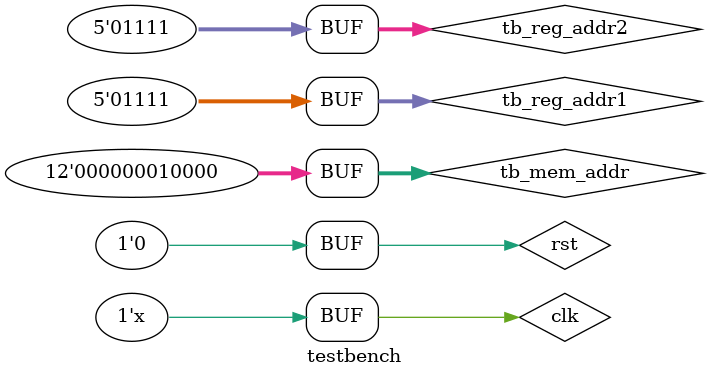
<source format=v>
`timescale 1ns / 1ps

module testbench;
    reg clk;
    reg rst;
    
    reg [4:0]  tb_reg_addr1;
    reg [4:0]  tb_reg_addr2;
    reg [11:0] tb_mem_addr;
    
    wire [31:0] tb_reg_data1;
    wire [31:0] tb_reg_data2;
    wire [31:0] tb_mem_data;
    
    wire [31:0] tb_pc;
    wire [31:0] tb_ir;
    wire [31:0] tb_hi;
    wire [31:0] tb_lo;
    
    cpu test_cpu(
        .clk        (clk),
        .rst        (rst),
        .reg_taddr1 (tb_reg_addr1),
        .reg_taddr2 (tb_reg_addr2),
        .mem_taddr  (tb_mem_addr),
        .reg_tdata1 (tb_reg_data1),
        .reg_tdata2 (tb_reg_data2),
        .mem_tdata  (tb_mem_data),
        .cur_pc     (tb_pc),
        .cur_ir     (tb_ir),
        .cur_hi     (tb_hi),
        .cur_lo     (tb_lo)
    );

    initial begin
        tb_reg_addr1 = 5'd5;
        tb_reg_addr2 = 5'd6;
        tb_mem_addr  = 12'h000;
    end
    
    initial begin
        clk = 1'b1;
        rst = 1'b1;
        #10
        rst = 1'b0;
    end

    initial begin    
        #2950
        tb_reg_addr1 = 5'd11;
        tb_reg_addr2 = 5'd11;
        tb_mem_addr  = 12'h000;
        #10
        tb_reg_addr1 = 5'd12;
        tb_reg_addr2 = 5'd12;
        tb_mem_addr  = 12'h004;
        #10
        tb_reg_addr1 = 5'd13;
        tb_reg_addr2 = 5'd13;
        tb_mem_addr  = 12'h008;
        #10
        tb_reg_addr1 = 5'd14;
        tb_reg_addr2 = 5'd14;
        tb_mem_addr  = 12'h00C;
        #10
        tb_reg_addr1 = 5'd15;
        tb_reg_addr2 = 5'd15;
        tb_mem_addr  = 12'h010;
    end
    
    always #5 clk = ~clk;

endmodule

</source>
